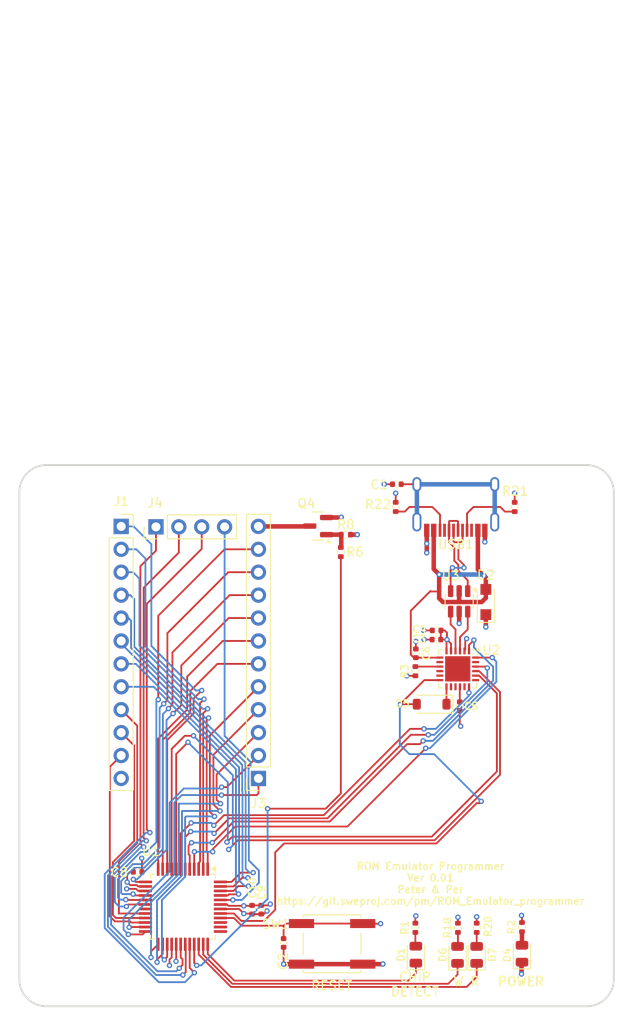
<source format=kicad_pcb>
(kicad_pcb
	(version 20240108)
	(generator "pcbnew")
	(generator_version "8.0")
	(general
		(thickness 1.6)
		(legacy_teardrops no)
	)
	(paper "A4")
	(title_block
		(title "ROM Emulator Programmer")
		(date "2024-10-07")
		(rev "0.01")
		(company "Peter & Per")
	)
	(layers
		(0 "F.Cu" signal)
		(1 "In1.Cu" signal)
		(2 "In2.Cu" signal)
		(31 "B.Cu" signal)
		(32 "B.Adhes" user "B.Adhesive")
		(33 "F.Adhes" user "F.Adhesive")
		(34 "B.Paste" user)
		(35 "F.Paste" user)
		(36 "B.SilkS" user "B.Silkscreen")
		(37 "F.SilkS" user "F.Silkscreen")
		(38 "B.Mask" user)
		(39 "F.Mask" user)
		(40 "Dwgs.User" user "User.Drawings")
		(41 "Cmts.User" user "User.Comments")
		(42 "Eco1.User" user "User.Eco1")
		(43 "Eco2.User" user "User.Eco2")
		(44 "Edge.Cuts" user)
		(45 "Margin" user)
		(46 "B.CrtYd" user "B.Courtyard")
		(47 "F.CrtYd" user "F.Courtyard")
		(48 "B.Fab" user)
		(49 "F.Fab" user)
		(50 "User.1" user)
		(51 "User.2" user)
		(52 "User.3" user)
		(53 "User.4" user)
		(54 "User.5" user)
		(55 "User.6" user)
		(56 "User.7" user)
		(57 "User.8" user)
		(58 "User.9" user)
	)
	(setup
		(stackup
			(layer "F.SilkS"
				(type "Top Silk Screen")
			)
			(layer "F.Paste"
				(type "Top Solder Paste")
			)
			(layer "F.Mask"
				(type "Top Solder Mask")
				(thickness 0.01)
			)
			(layer "F.Cu"
				(type "copper")
				(thickness 0.035)
			)
			(layer "dielectric 1"
				(type "prepreg")
				(thickness 0.1)
				(material "FR4")
				(epsilon_r 4.5)
				(loss_tangent 0.02)
			)
			(layer "In1.Cu"
				(type "copper")
				(thickness 0.035)
			)
			(layer "dielectric 2"
				(type "core")
				(thickness 1.24)
				(material "FR4")
				(epsilon_r 4.5)
				(loss_tangent 0.02)
			)
			(layer "In2.Cu"
				(type "copper")
				(thickness 0.035)
			)
			(layer "dielectric 3"
				(type "prepreg")
				(thickness 0.1)
				(material "FR4")
				(epsilon_r 4.5)
				(loss_tangent 0.02)
			)
			(layer "B.Cu"
				(type "copper")
				(thickness 0.035)
			)
			(layer "B.Mask"
				(type "Bottom Solder Mask")
				(thickness 0.01)
			)
			(layer "B.Paste"
				(type "Bottom Solder Paste")
			)
			(layer "B.SilkS"
				(type "Bottom Silk Screen")
			)
			(copper_finish "None")
			(dielectric_constraints no)
		)
		(pad_to_mask_clearance 0)
		(allow_soldermask_bridges_in_footprints no)
		(pcbplotparams
			(layerselection 0x00010fc_ffffffff)
			(plot_on_all_layers_selection 0x0000000_00000000)
			(disableapertmacros no)
			(usegerberextensions no)
			(usegerberattributes yes)
			(usegerberadvancedattributes yes)
			(creategerberjobfile yes)
			(dashed_line_dash_ratio 12.000000)
			(dashed_line_gap_ratio 3.000000)
			(svgprecision 4)
			(plotframeref no)
			(viasonmask no)
			(mode 1)
			(useauxorigin no)
			(hpglpennumber 1)
			(hpglpenspeed 20)
			(hpglpendiameter 15.000000)
			(pdf_front_fp_property_popups yes)
			(pdf_back_fp_property_popups yes)
			(dxfpolygonmode yes)
			(dxfimperialunits yes)
			(dxfusepcbnewfont yes)
			(psnegative no)
			(psa4output no)
			(plotreference yes)
			(plotvalue yes)
			(plotfptext yes)
			(plotinvisibletext no)
			(sketchpadsonfab no)
			(subtractmaskfromsilk no)
			(outputformat 1)
			(mirror no)
			(drillshape 1)
			(scaleselection 1)
			(outputdirectory "")
		)
	)
	(net 0 "")
	(net 1 "GND")
	(net 2 "+5V")
	(net 3 "/RX0")
	(net 4 "/UPDI")
	(net 5 "/D1")
	(net 6 "/A8")
	(net 7 "/A0")
	(net 8 "/D0")
	(net 9 "/A6")
	(net 10 "/D3")
	(net 11 "/A1")
	(net 12 "/A5")
	(net 13 "/A11")
	(net 14 "/A3")
	(net 15 "/CD_LED")
	(net 16 "/A10")
	(net 17 "/A7")
	(net 18 "/A9")
	(net 19 "unconnected-(U1-PC07-Pad19)")
	(net 20 "/D4")
	(net 21 "unconnected-(U1-PF05-Pad39)")
	(net 22 "/D2")
	(net 23 "/A2")
	(net 24 "/D6")
	(net 25 "/USB_N")
	(net 26 "Net-(USB1-CC1)")
	(net 27 "Net-(USB1-CC2)")
	(net 28 "/VUSB")
	(net 29 "Net-(USB1-DP1)")
	(net 30 "Net-(USB1-DN1)")
	(net 31 "unconnected-(USB1-SBU2-Pad3)")
	(net 32 "unconnected-(USB1-SBU1-Pad9)")
	(net 33 "/A12")
	(net 34 "/A13")
	(net 35 "/D5")
	(net 36 "/D7")
	(net 37 "/A-1")
	(net 38 "/~{OE}")
	(net 39 "Net-(D6-A)")
	(net 40 "unconnected-(U1-PF04-Pad38)")
	(net 41 "/~{BYTE}")
	(net 42 "/~{WE}")
	(net 43 "unconnected-(U1-PF03-Pad37)")
	(net 44 "/R_LED")
	(net 45 "Net-(D4-A)")
	(net 46 "/USB_P")
	(net 47 "/A4")
	(net 48 "Net-(Q4-G)")
	(net 49 "/~{VCC_EN}")
	(net 50 "/VCC_EN")
	(net 51 "Net-(D1-A)")
	(net 52 "/~{DCD}")
	(net 53 "/~{CTS}")
	(net 54 "/~{DSR}")
	(net 55 "Net-(D5-K)")
	(net 56 "/~{RI}")
	(net 57 "/~{RST}")
	(net 58 "Net-(U2-NC{slash}DCD_ECI{slash}VPP)")
	(net 59 "Net-(U2-~{RST})")
	(net 60 "/TX0")
	(net 61 "Net-(USB1-SHIELD)")
	(net 62 "/W_LED")
	(net 63 "Net-(D7-A)")
	(net 64 "unconnected-(U2-~{SUSPEND}{slash}RI_ECI-Pad17)")
	(net 65 "unconnected-(U2-GPIO.0_ECI{slash}DTR_ECI-Pad15)")
	(net 66 "/~{RTS}")
	(net 67 "unconnected-(U2-CTS_ECI-Pad10)")
	(net 68 "unconnected-(U2-GPIO.1_ECI{slash}DSR_ECI-Pad14)")
	(net 69 "/~{DTR}")
	(net 70 "unconnected-(U2-RTS_ECI-Pad11)")
	(footprint "Connector_PinSocket_2.54mm:PinSocket_1x12_P2.54mm_Vertical" (layer "F.Cu") (at 50.546 62.738 180))
	(footprint "MountingHole:MountingHole_3mm" (layer "F.Cu") (at 87 31))
	(footprint "Connector_PinSocket_2.54mm:PinSocket_1x12_P2.54mm_Vertical" (layer "F.Cu") (at 35.306 34.798))
	(footprint "Diode_SMD:Nexperia_CFP3_SOD-123W" (layer "F.Cu") (at 75.7936 43.182 90))
	(footprint "Package_TO_SOT_SMD:SOT-23" (layer "F.Cu") (at 57.1777 34.7624 180))
	(footprint "MountingHole:MountingHole_3mm" (layer "F.Cu") (at 27 85))
	(footprint "Package_DFN_QFN:QFN-24-1EP_4x4mm_P0.5mm_EP2.8x2.8mm" (layer "F.Cu") (at 72.6748 50.5905 -90))
	(footprint "ROM_Emulator_programmer:SW_Push_1P1T_NO_CK_K2-1102SP-C4SC-04" (layer "F.Cu") (at 58.7248 81.0768 180))
	(footprint "Resistor_SMD:R_0402_1005Metric" (layer "F.Cu") (at 72.6948 79.2968 90))
	(footprint "Resistor_SMD:R_0402_1005Metric" (layer "F.Cu") (at 65.786 32.642 -90))
	(footprint "Resistor_SMD:R_0402_1005Metric" (layer "F.Cu") (at 79.8068 79.2223 90))
	(footprint "Capacitor_SMD:C_0402_1005Metric" (layer "F.Cu") (at 49.8348 77.2948 -90))
	(footprint "LED_SMD:LED_0805_2012Metric" (layer "F.Cu") (at 79.8068 82.1713 90))
	(footprint "Capacitor_SMD:C_0402_1005Metric" (layer "F.Cu") (at 72.898 54.7396 90))
	(footprint "Resistor_SMD:R_0402_1005Metric" (layer "F.Cu") (at 67.9704 50.8508 90))
	(footprint "ROM_Emulator_programmer:HRO-TYPE-C-31-M-12" (layer "F.Cu") (at 72.458 27.532 180))
	(footprint "MountingHole:MountingHole_3mm" (layer "F.Cu") (at 27 31))
	(footprint "Connector_PinHeader_2.54mm:PinHeader_1x04_P2.54mm_Vertical" (layer "F.Cu") (at 39.1668 34.8488 90))
	(footprint "Package_QFP:TQFP-48_7x7mm_P0.5mm" (layer "F.Cu") (at 42.164 76.962 -90))
	(footprint "Capacitor_SMD:C_0402_1005Metric" (layer "F.Cu") (at 70.3072 47.3456))
	(footprint "Diode_SMD:D_SOD-123" (layer "F.Cu") (at 69.7748 54.5084 180))
	(footprint "LED_SMD:LED_0805_2012Metric" (layer "F.Cu") (at 74.7776 82.3004 90))
	(footprint "MountingHole:MountingHole_3mm" (layer "F.Cu") (at 87 85))
	(footprint "LED_SMD:LED_0805_2012Metric" (layer "F.Cu") (at 72.6522 82.3004 90))
	(footprint "Capacitor_SMD:C_0402_1005Metric" (layer "F.Cu") (at 65.9104 30.1244 180))
	(footprint "Resistor_SMD:R_0402_1005Metric" (layer "F.Cu") (at 67.9704 79.2968 90))
	(footprint "LED_SMD:LED_0805_2012Metric" (layer "F.Cu") (at 68.0212 82.2729 90))
	(footprint "Resistor_SMD:R_0402_1005Metric" (layer "F.Cu") (at 74.7776 79.2968 90))
	(footprint "Capacitor_SMD:C_0402_1005Metric" (layer "F.Cu") (at 50.8508 77.2896 -90))
	(footprint "Resistor_SMD:R_0402_1005Metric" (layer "F.Cu") (at 59.69 37.6428 -90))
	(footprint "Resistor_SMD:R_0402_1005Metric" (layer "F.Cu") (at 60.2488 35.7124))
	(footprint "Capacitor_SMD:C_0402_1005Metric" (layer "F.Cu") (at 70.33 46.3296 180))
	(footprint "Capacitor_SMD:C_0402_1005Metric" (layer "F.Cu") (at 53.34 80.9752 -90))
	(footprint "Resistor_SMD:R_0402_1005Metric" (layer "F.Cu") (at 78.994 32.646 -90))
	(footprint "Capacitor_SMD:C_0402_1005Metric"
		(layer "F.Cu")
		(uuid "d85b7c98-4512-482e-85ac-c1be06fd5510")
		(at 37.1348 73.1012 180)
		(descr "Capacitor SMD 0402 (1005 Metric), square (rectangular) end terminal, IPC_7351 nominal, (Body size source: IPC-SM-782 page 76, https://www.pcb-3d.com/wordpress/wp-content/uploads/ipc-sm-782a_amendment_1_and_2.pdf), generated with kicad-footprint-generator")
		(tags "capacitor")
		(property "Reference" "C8"
			(at 2.032 -0.0508 0)
			(layer "F.SilkS")
			(uuid "fcb7faf6-3699-485c-9ab8-c7cca78d3dc6")
			(effects
				(font
					(size 1 1)
					(thickness 0.15)
				)
			)
		)
		(property "Value" "100nF"
			(at 0 1.16 0)
			(layer "F.Fab")
			(uuid "01fb3f03-ed4c-4638-a156-09a1cda3118e")
			(effects
				(
... [359681 chars truncated]
</source>
